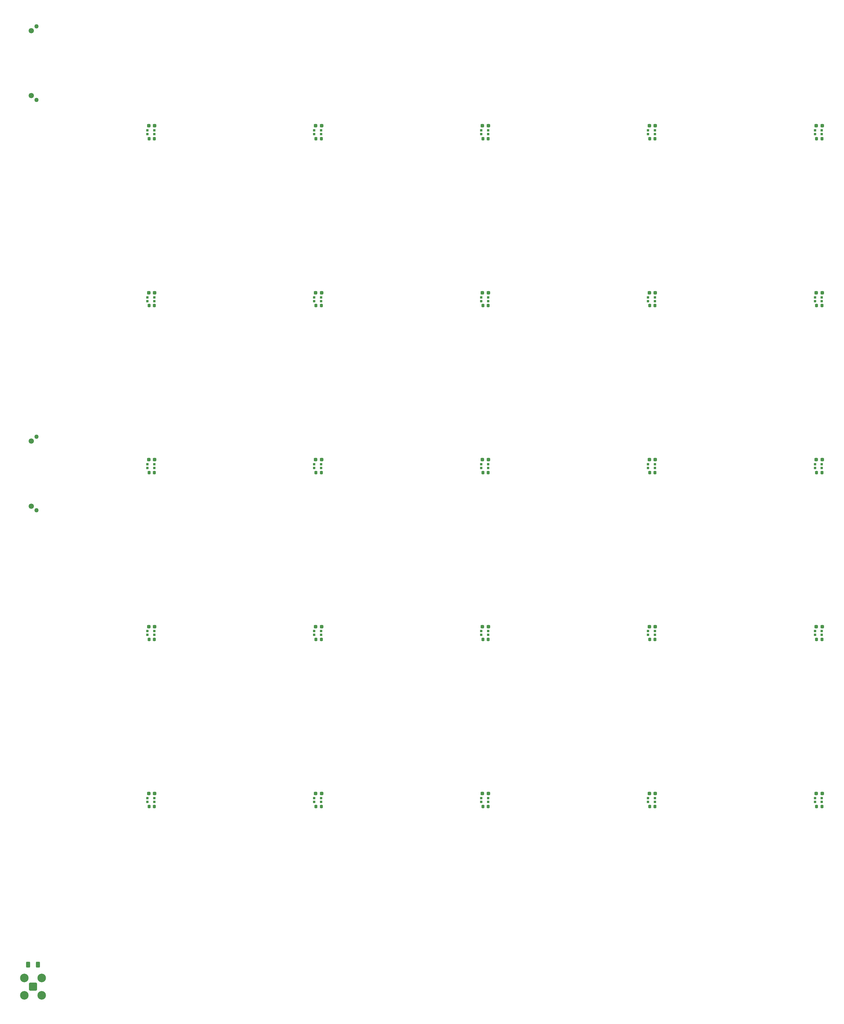
<source format=gbr>
%TF.GenerationSoftware,KiCad,Pcbnew,8.0.2-1*%
%TF.CreationDate,2024-10-14T18:52:49-04:00*%
%TF.ProjectId,OddLayers_1.3mm_SiPM,4f64644c-6179-4657-9273-5f312e336d6d,rev?*%
%TF.SameCoordinates,Original*%
%TF.FileFunction,Soldermask,Top*%
%TF.FilePolarity,Negative*%
%FSLAX46Y46*%
G04 Gerber Fmt 4.6, Leading zero omitted, Abs format (unit mm)*
G04 Created by KiCad (PCBNEW 8.0.2-1) date 2024-10-14 18:52:49*
%MOMM*%
%LPD*%
G01*
G04 APERTURE LIST*
G04 Aperture macros list*
%AMRoundRect*
0 Rectangle with rounded corners*
0 $1 Rounding radius*
0 $2 $3 $4 $5 $6 $7 $8 $9 X,Y pos of 4 corners*
0 Add a 4 corners polygon primitive as box body*
4,1,4,$2,$3,$4,$5,$6,$7,$8,$9,$2,$3,0*
0 Add four circle primitives for the rounded corners*
1,1,$1+$1,$2,$3*
1,1,$1+$1,$4,$5*
1,1,$1+$1,$6,$7*
1,1,$1+$1,$8,$9*
0 Add four rect primitives between the rounded corners*
20,1,$1+$1,$2,$3,$4,$5,0*
20,1,$1+$1,$4,$5,$6,$7,0*
20,1,$1+$1,$6,$7,$8,$9,0*
20,1,$1+$1,$8,$9,$2,$3,0*%
G04 Aperture macros list end*
%ADD10R,0.700000X0.700000*%
%ADD11RoundRect,0.237500X-0.287500X-0.237500X0.287500X-0.237500X0.287500X0.237500X-0.287500X0.237500X0*%
%ADD12RoundRect,0.225000X-0.225000X-0.250000X0.225000X-0.250000X0.225000X0.250000X-0.225000X0.250000X0*%
%ADD13RoundRect,0.200100X0.949900X-0.949900X0.949900X0.949900X-0.949900X0.949900X-0.949900X-0.949900X0*%
%ADD14C,2.500000*%
%ADD15RoundRect,0.250000X-0.312500X-0.625000X0.312500X-0.625000X0.312500X0.625000X-0.312500X0.625000X0*%
%ADD16C,1.270000*%
%ADD17C,1.552000*%
G04 APERTURE END LIST*
D10*
%TO.C,REF\u002A\u002A34*%
X301152500Y-167250000D03*
X301152500Y-168350000D03*
D11*
X299525000Y-165915000D03*
X301275000Y-165915000D03*
D10*
X299127500Y-167250000D03*
D12*
X301175000Y-169700000D03*
D10*
X299127500Y-168350000D03*
D12*
X299625000Y-169700000D03*
%TD*%
D10*
%TO.C,REF\u002A\u002A40*%
X105952500Y-264850000D03*
X105952500Y-265950000D03*
D11*
X104325000Y-263515000D03*
X106075000Y-263515000D03*
D10*
X103927500Y-264850000D03*
D12*
X105975000Y-267300000D03*
D10*
X103927500Y-265950000D03*
D12*
X104425000Y-267300000D03*
%TD*%
D10*
%TO.C,REF\u002A\u002A30*%
X105952500Y-167250000D03*
X105952500Y-168350000D03*
D11*
X104325000Y-165915000D03*
X106075000Y-165915000D03*
D10*
X103927500Y-167250000D03*
D12*
X105975000Y-169700000D03*
D10*
X103927500Y-168350000D03*
D12*
X104425000Y-169700000D03*
%TD*%
D10*
%TO.C,REF\u002A\u002A24*%
X301152500Y-69650000D03*
X301152500Y-70750000D03*
D11*
X299525000Y-68315000D03*
X301275000Y-68315000D03*
D10*
X299127500Y-69650000D03*
D12*
X301175000Y-72100000D03*
D10*
X299127500Y-70750000D03*
D12*
X299625000Y-72100000D03*
%TD*%
D10*
%TO.C,REF\u002A\u002A43*%
X252352500Y-264850000D03*
X252352500Y-265950000D03*
D11*
X250725000Y-263515000D03*
X252475000Y-263515000D03*
D10*
X250327500Y-264850000D03*
D12*
X252375000Y-267300000D03*
D10*
X250327500Y-265950000D03*
D12*
X250825000Y-267300000D03*
%TD*%
D10*
%TO.C,REF\u002A\u002A38*%
X252352500Y-216050000D03*
X252352500Y-217150000D03*
D11*
X250725000Y-214715000D03*
X252475000Y-214715000D03*
D10*
X250327500Y-216050000D03*
D12*
X252375000Y-218500000D03*
D10*
X250327500Y-217150000D03*
D12*
X250825000Y-218500000D03*
%TD*%
D10*
%TO.C,REF\u002A\u002A22*%
X203552500Y-69650000D03*
X203552500Y-70750000D03*
D11*
X201925000Y-68315000D03*
X203675000Y-68315000D03*
D10*
X201527500Y-69650000D03*
D12*
X203575000Y-72100000D03*
D10*
X201527500Y-70750000D03*
D12*
X202025000Y-72100000D03*
%TD*%
D10*
%TO.C,REF\u002A\u002A28*%
X252352500Y-118450000D03*
X252352500Y-119550000D03*
D11*
X250725000Y-117115000D03*
X252475000Y-117115000D03*
D10*
X250327500Y-118450000D03*
D12*
X252375000Y-120900000D03*
D10*
X250327500Y-119550000D03*
D12*
X250825000Y-120900000D03*
%TD*%
D10*
%TO.C,REF\u002A\u002A23*%
X252352500Y-69650000D03*
X252352500Y-70750000D03*
D11*
X250725000Y-68315000D03*
X252475000Y-68315000D03*
D10*
X250327500Y-69650000D03*
D12*
X252375000Y-72100000D03*
D10*
X250327500Y-70750000D03*
D12*
X250825000Y-72100000D03*
%TD*%
D10*
%TO.C,REF\u002A\u002A32*%
X203552500Y-167250000D03*
X203552500Y-168350000D03*
D11*
X201925000Y-165915000D03*
X203675000Y-165915000D03*
D10*
X201527500Y-167250000D03*
D12*
X203575000Y-169700000D03*
D10*
X201527500Y-168350000D03*
D12*
X202025000Y-169700000D03*
%TD*%
D10*
%TO.C,REF\u002A\u002A44*%
X301152500Y-264850000D03*
X301152500Y-265950000D03*
D11*
X299525000Y-263515000D03*
X301275000Y-263515000D03*
D10*
X299127500Y-264850000D03*
D12*
X301175000Y-267300000D03*
D10*
X299127500Y-265950000D03*
D12*
X299625000Y-267300000D03*
%TD*%
D10*
%TO.C,REF\u002A\u002A26*%
X154752500Y-118450000D03*
X154752500Y-119550000D03*
D11*
X153125000Y-117115000D03*
X154875000Y-117115000D03*
D10*
X152727500Y-118450000D03*
D12*
X154775000Y-120900000D03*
D10*
X152727500Y-119550000D03*
D12*
X153225000Y-120900000D03*
%TD*%
D10*
%TO.C,REF\u002A\u002A36*%
X154752500Y-216050000D03*
X154752500Y-217150000D03*
D11*
X153125000Y-214715000D03*
X154875000Y-214715000D03*
D10*
X152727500Y-216050000D03*
D12*
X154775000Y-218500000D03*
D10*
X152727500Y-217150000D03*
D12*
X153225000Y-218500000D03*
%TD*%
D10*
%TO.C,REF\u002A\u002A20*%
X105952500Y-69650000D03*
X105952500Y-70750000D03*
D11*
X104325000Y-68315000D03*
X106075000Y-68315000D03*
D10*
X103927500Y-69650000D03*
D12*
X105975000Y-72100000D03*
D10*
X103927500Y-70750000D03*
D12*
X104425000Y-72100000D03*
%TD*%
D10*
%TO.C,REF\u002A\u002A25*%
X105952500Y-118450000D03*
X105952500Y-119550000D03*
D11*
X104325000Y-117115000D03*
X106075000Y-117115000D03*
D10*
X103927500Y-118450000D03*
D12*
X105975000Y-120900000D03*
D10*
X103927500Y-119550000D03*
D12*
X104425000Y-120900000D03*
%TD*%
D10*
%TO.C,REF\u002A\u002A37*%
X203552500Y-216050000D03*
X203552500Y-217150000D03*
D11*
X201925000Y-214715000D03*
X203675000Y-214715000D03*
D10*
X201527500Y-216050000D03*
D12*
X203575000Y-218500000D03*
D10*
X201527500Y-217150000D03*
D12*
X202025000Y-218500000D03*
%TD*%
D10*
%TO.C,REF\u002A\u002A31*%
X154752500Y-167250000D03*
X154752500Y-168350000D03*
D11*
X153125000Y-165915000D03*
X154875000Y-165915000D03*
D10*
X152727500Y-167250000D03*
D12*
X154775000Y-169700000D03*
D10*
X152727500Y-168350000D03*
D12*
X153225000Y-169700000D03*
%TD*%
D10*
%TO.C,REF\u002A\u002A27*%
X203552500Y-118450000D03*
X203552500Y-119550000D03*
D11*
X201925000Y-117115000D03*
X203675000Y-117115000D03*
D10*
X201527500Y-118450000D03*
D12*
X203575000Y-120900000D03*
D10*
X201527500Y-119550000D03*
D12*
X202025000Y-120900000D03*
%TD*%
D10*
%TO.C,REF\u002A\u002A41*%
X154752500Y-264850000D03*
X154752500Y-265950000D03*
D11*
X153125000Y-263515000D03*
X154875000Y-263515000D03*
D10*
X152727500Y-264850000D03*
D12*
X154775000Y-267300000D03*
D10*
X152727500Y-265950000D03*
D12*
X153225000Y-267300000D03*
%TD*%
D10*
%TO.C,REF\u002A\u002A29*%
X301152500Y-118450000D03*
X301152500Y-119550000D03*
D11*
X299525000Y-117115000D03*
X301275000Y-117115000D03*
D10*
X299127500Y-118450000D03*
D12*
X301175000Y-120900000D03*
D10*
X299127500Y-119550000D03*
D12*
X299625000Y-120900000D03*
%TD*%
D13*
%TO.C,REF\u002A\u002A*%
X70500000Y-320000000D03*
D14*
X67960000Y-322540000D03*
X73040000Y-322540000D03*
X67960000Y-317460000D03*
X73040000Y-317460000D03*
%TD*%
D15*
%TO.C,50 \u03A9*%
X69037500Y-313600000D03*
X71962500Y-313600000D03*
%TD*%
D10*
%TO.C,REF\u002A\u002A21*%
X154752500Y-69650000D03*
X154752500Y-70750000D03*
D11*
X153125000Y-68315000D03*
X154875000Y-68315000D03*
D10*
X152727500Y-69650000D03*
D12*
X154775000Y-72100000D03*
D10*
X152727500Y-70750000D03*
D12*
X153225000Y-72100000D03*
%TD*%
D10*
%TO.C,REF\u002A\u002A42*%
X203552500Y-264850000D03*
X203552500Y-265950000D03*
D11*
X201925000Y-263515000D03*
X203675000Y-263515000D03*
D10*
X201527500Y-264850000D03*
D12*
X203575000Y-267300000D03*
D10*
X201527500Y-265950000D03*
D12*
X202025000Y-267300000D03*
%TD*%
D10*
%TO.C,REF\u002A\u002A35*%
X105952500Y-216050000D03*
X105952500Y-217150000D03*
D11*
X104325000Y-214715000D03*
X106075000Y-214715000D03*
D10*
X103927500Y-216050000D03*
D12*
X105975000Y-218500000D03*
D10*
X103927500Y-217150000D03*
D12*
X104425000Y-218500000D03*
%TD*%
D10*
%TO.C,REF\u002A\u002A39*%
X301152500Y-216050000D03*
X301152500Y-217150000D03*
D11*
X299525000Y-214715000D03*
X301275000Y-214715000D03*
D10*
X299127500Y-216050000D03*
D12*
X301175000Y-218500000D03*
D10*
X299127500Y-217150000D03*
D12*
X299625000Y-218500000D03*
%TD*%
D10*
%TO.C,REF\u002A\u002A33*%
X252352500Y-167250000D03*
X252352500Y-168350000D03*
D11*
X250725000Y-165915000D03*
X252475000Y-165915000D03*
D10*
X250327500Y-167250000D03*
D12*
X252375000Y-169700000D03*
D10*
X250327500Y-168350000D03*
D12*
X250825000Y-169700000D03*
%TD*%
D16*
%TO.C,REF\u002A\u002A*%
X71500000Y-39255000D03*
X71500000Y-60745000D03*
D17*
X70000000Y-40505000D03*
X70000000Y-59495000D03*
%TD*%
D16*
%TO.C,REF\u002A\u002A*%
X71500000Y-159255000D03*
X71500000Y-180745000D03*
D17*
X70000000Y-160505000D03*
X70000000Y-179495000D03*
%TD*%
M02*

</source>
